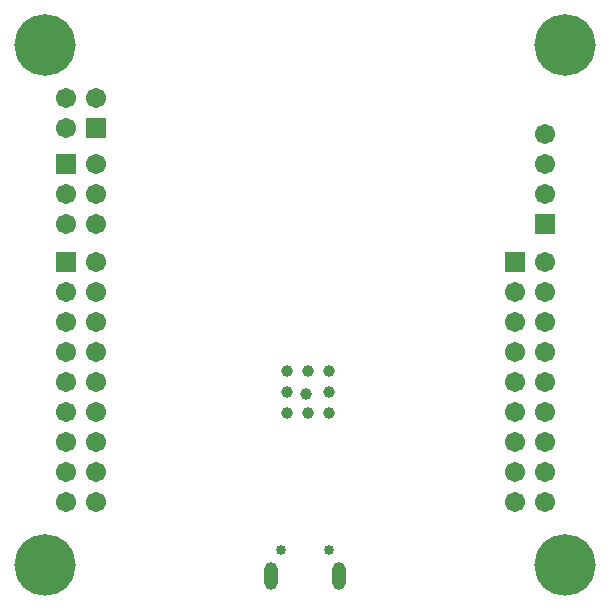
<source format=gbs>
G04*
G04 #@! TF.GenerationSoftware,Altium Limited,Altium Designer,18.1.7 (191)*
G04*
G04 Layer_Color=16711935*
%FSLAX25Y25*%
%MOIN*%
G70*
G01*
G75*
%ADD63C,0.06706*%
%ADD64R,0.06706X0.06706*%
%ADD65C,0.20485*%
%ADD66C,0.04737*%
%ADD67C,0.03950*%
%ADD68C,0.03359*%
%ADD69O,0.04540X0.09265*%
D63*
X28622Y52677D02*
D03*
Y62677D02*
D03*
X18622Y157239D02*
D03*
X28622Y167239D02*
D03*
X18622D02*
D03*
X178228Y112677D02*
D03*
X168228Y102677D02*
D03*
X178228D02*
D03*
X168228Y92677D02*
D03*
X178228D02*
D03*
X168228Y82677D02*
D03*
X178228D02*
D03*
X168228Y72677D02*
D03*
X178228D02*
D03*
X168228Y62677D02*
D03*
X178228D02*
D03*
X168228Y52677D02*
D03*
X178228D02*
D03*
X168228Y42677D02*
D03*
X178228D02*
D03*
X168228Y32677D02*
D03*
X178228D02*
D03*
X28622Y125450D02*
D03*
X18622D02*
D03*
X28622Y135450D02*
D03*
X18622D02*
D03*
X28622Y145450D02*
D03*
X178228Y135449D02*
D03*
Y145449D02*
D03*
Y155449D02*
D03*
X28622Y112677D02*
D03*
X18622Y102677D02*
D03*
X28622D02*
D03*
X18622Y92677D02*
D03*
X28622D02*
D03*
X18622Y82677D02*
D03*
X28622D02*
D03*
X18622Y72677D02*
D03*
X28622D02*
D03*
X18622Y62677D02*
D03*
Y52677D02*
D03*
Y42677D02*
D03*
X28622D02*
D03*
X18622Y32677D02*
D03*
X28622D02*
D03*
D64*
X28622Y157239D02*
D03*
X168228Y112677D02*
D03*
X18622Y145450D02*
D03*
X178228Y125449D02*
D03*
X18622Y112677D02*
D03*
D65*
X11811Y185039D02*
D03*
X185039D02*
D03*
Y11811D02*
D03*
X11811D02*
D03*
D66*
X3937Y185039D02*
D03*
X19685D02*
D03*
X11811Y192913D02*
D03*
Y177165D02*
D03*
X6299Y179528D02*
D03*
X17323Y190551D02*
D03*
X6299D02*
D03*
X17323Y179528D02*
D03*
X190551D02*
D03*
X179528Y190551D02*
D03*
X190551D02*
D03*
X179528Y179528D02*
D03*
X185039Y177165D02*
D03*
Y192913D02*
D03*
X192913Y185039D02*
D03*
X177165D02*
D03*
Y11811D02*
D03*
X192913D02*
D03*
X185039Y19685D02*
D03*
Y3937D02*
D03*
X179528Y6299D02*
D03*
X190551Y17323D02*
D03*
X179528D02*
D03*
X190551Y6299D02*
D03*
X17323D02*
D03*
X6299Y17323D02*
D03*
X17323D02*
D03*
X6299Y6299D02*
D03*
X11811Y3937D02*
D03*
Y19685D02*
D03*
X19685Y11811D02*
D03*
X3937D02*
D03*
D67*
X106520Y62370D02*
D03*
X99433D02*
D03*
X92347D02*
D03*
Y69457D02*
D03*
Y76543D02*
D03*
X99433D02*
D03*
X106520D02*
D03*
Y69457D02*
D03*
X98646Y68669D02*
D03*
D68*
X106299Y16823D02*
D03*
X90551D02*
D03*
D69*
X87106Y8161D02*
D03*
X109744D02*
D03*
M02*

</source>
